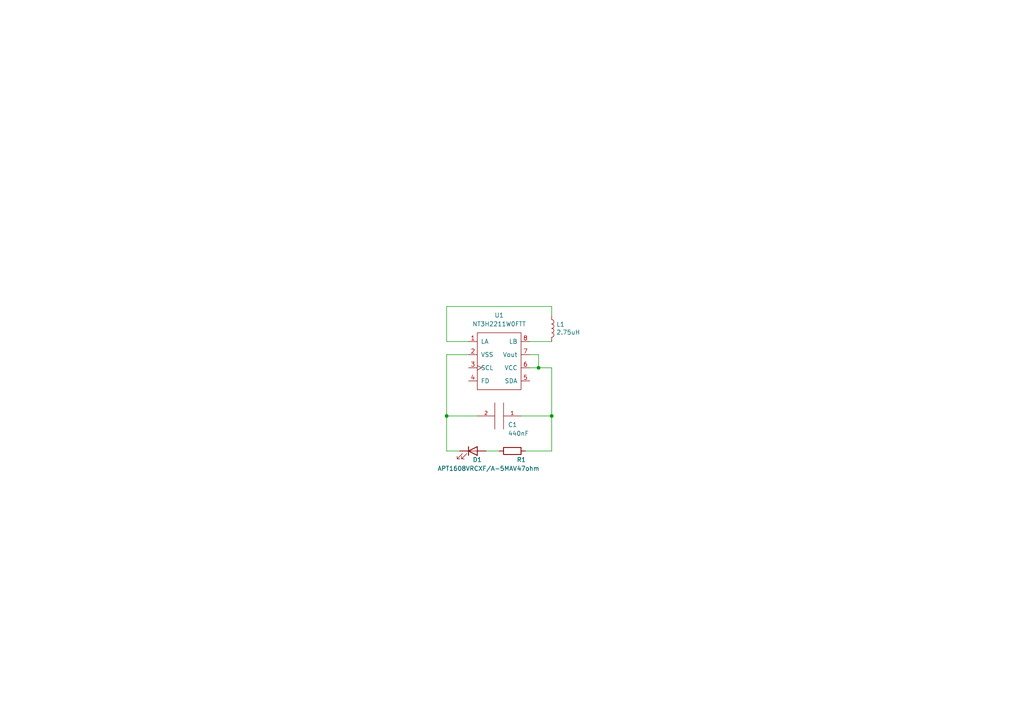
<source format=kicad_sch>
(kicad_sch (version 20211123) (generator eeschema)
  (paper "A4")
  (lib_symbols
    (symbol "Device:L" (pin_numbers hide) (pin_names (offset 1.016) hide)
      (property "Reference" "L" (at -1.27 0 90))
      (property "Value" "L" (at 1.905 0 90))
      (symbol "L_0_1"
        (arc (start 0 -2.54) (mid 0.635 -1.905) (end 0 -1.27))
        (arc (start 0 -1.27) (mid 0.635 -0.635) (end 0 0))
        (arc (start 0 0) (mid 0.635 0.635) (end 0 1.27))
        (arc (start 0 1.27) (mid 0.635 1.905) (end 0 2.54))
      )
      (symbol "L_1_1"
        (pin passive line (at 0 3.81 270) (length 1.27) (name "1") (number "1"))
        (pin passive line (at 0 -3.81 90) (length 1.27) (name "2") (number "2"))
      )
    )
    (symbol "Device:LED" (pin_numbers hide) (pin_names (offset 1.016) hide)
      (property "Reference" "D" (at 0 2.54 0))
      (property "Value" "LED" (at 0 -2.54 0))
      (symbol "LED_0_1"
        (polyline (pts (xy -1.27 -1.27) (xy -1.27 1.27)) (stroke (width 0.254)))
        (polyline (pts (xy -1.27 0) (xy 1.27 0)))
        (polyline (pts (xy 1.27 -1.27) (xy 1.27 1.27) (xy -1.27 0) (xy 1.27 -1.27)) (stroke (width 0.254)))
        (polyline (pts (xy -3.048 -0.762) (xy -4.572 -2.286) (xy -3.81 -2.286) (xy -4.572 -2.286) (xy -4.572 -1.524)))
        (polyline (pts (xy -1.778 -0.762) (xy -3.302 -2.286) (xy -2.54 -2.286) (xy -3.302 -2.286) (xy -3.302 -1.524)))
      )
      (symbol "LED_1_1"
        (pin passive line (at -3.81 0 0) (length 2.54) (name "K") (number "1"))
        (pin passive line (at 3.81 0 180) (length 2.54) (name "A") (number "2"))
      )
    )
    (symbol "Device:R" (pin_numbers hide) (pin_names (offset 0))
      (property "Reference" "R" (at 2.032 0 90))
      (property "Value" "R" (at 0 0 90))
      (symbol "R_0_1"
        (rectangle (start -1.016 -2.54) (end 1.016 2.54) (stroke (width 0.254)))
      )
      (symbol "R_1_1"
        (pin passive line (at 0 3.81 270) (length 1.27) (name "~") (number "1"))
        (pin passive line (at 0 -3.81 90) (length 1.27) (name "~") (number "2"))
      )
    )
    (symbol "business-card-rescue:NT3H1101_NT3H1201-MCU_NXP_NT3H11" (pin_names (offset 1.016))
      (property "Reference" "U?" (at 0 13.97 0))
      (property "Value" "NT3H1101_NT3H1201-MCU_NXP_NT3H11" (at 0 11.43 0))
      (symbol "NT3H1101_NT3H1201-MCU_NXP_NT3H11_0_1"
        (rectangle (start -6.35 8.89) (end 6.35 -7.62))
      )
      (symbol "NT3H1101_NT3H1201-MCU_NXP_NT3H11_1_1"
        (pin input line (at -8.89 6.35 0) (length 2.54) (name "LA") (number "1"))
        (pin output line (at -8.89 2.54 0) (length 2.54) (name "VSS") (number "2"))
        (pin passive clock (at -8.89 -1.27 0) (length 2.54) (name "SCL") (number "3"))
        (pin passive line (at -8.89 -5.08 0) (length 2.54) (name "FD") (number "4"))
        (pin passive line (at 8.89 -5.08 180) (length 2.54) (name "SDA") (number "5"))
        (pin input line (at 8.89 -1.27 180) (length 2.54) (name "VCC") (number "6"))
        (pin power_out line (at 8.89 2.54 180) (length 2.54) (name "Vout") (number "7"))
        (pin input line (at 8.89 6.35 180) (length 2.54) (name "LB") (number "8"))
      )
    )
    (symbol "pspice:CAP" (pin_names (offset 0.254))
      (property "Reference" "C" (at 2.54 3.81 90))
      (property "Value" "CAP" (at 2.54 -3.81 90))
      (symbol "CAP_0_1"
        (polyline (pts (xy -3.81 -1.27) (xy 3.81 -1.27)))
        (polyline (pts (xy -3.81 1.27) (xy 3.81 1.27)))
      )
      (symbol "CAP_1_1"
        (pin passive line (at 0 6.35 270) (length 5.08) (name "~") (number "1"))
        (pin passive line (at 0 -6.35 90) (length 5.08) (name "~") (number "2"))
      )
    )
  )
  (junction (at 129.54 120.65))
  (junction (at 160.02 120.65))
  (junction (at 156.21 106.68))
  (wire (pts (xy 153.67 106.68) (xy 156.21 106.68)))
  (wire (pts (xy 151.13 120.65) (xy 160.02 120.65)))
  (wire (pts (xy 129.54 88.9) (xy 160.02 88.9)))
  (wire (pts (xy 129.54 99.06) (xy 129.54 88.9)))
  (wire (pts (xy 129.54 102.87) (xy 129.54 120.65)))
  (wire (pts (xy 129.54 130.81) (xy 129.54 120.65)))
  (wire (pts (xy 160.02 106.68) (xy 156.21 106.68)))
  (wire (pts (xy 160.02 88.9) (xy 160.02 91.44)))
  (wire (pts (xy 160.02 99.06) (xy 153.67 99.06)))
  (wire (pts (xy 152.4 130.81) (xy 160.02 130.81)))
  (wire (pts (xy 144.78 130.81) (xy 140.97 130.81)))
  (wire (pts (xy 160.02 130.81) (xy 160.02 120.65)))
  (wire (pts (xy 133.35 130.81) (xy 129.54 130.81)))
  (wire (pts (xy 156.21 102.87) (xy 153.67 102.87)))
  (wire (pts (xy 135.89 102.87) (xy 129.54 102.87)))
  (wire (pts (xy 160.02 120.65) (xy 160.02 106.68)))
  (wire (pts (xy 129.54 120.65) (xy 138.43 120.65)))
  (wire (pts (xy 135.89 99.06) (xy 129.54 99.06)))
  (wire (pts (xy 156.21 106.68) (xy 156.21 102.87)))
  (symbol (lib_id "pspice:CAP") (at 144.78 120.65 270) (unit 1)
    (property "Reference" "C1" (at 147.32 123.19 90) (effects (justify left)))
    (property "Value" "440nF" (at 147.32 125.73 90) (effects (justify left)))
    (property "Footprint" "Capacitor_SMD:C_0603_1608Metric" (effects hide))
  )
  (symbol (lib_id "Device:R") (at 148.59 130.81 270) (unit 1)
    (property "Reference" "R1" (at 149.86 133.35 90) (effects (justify left)))
    (property "Value" "47ohm" (at 149.86 135.89 90) (effects (justify left)))
    (property "Footprint" "Resistor_SMD:R_0603_1608Metric" (effects hide))
  )
  (symbol (lib_id "Device:LED") (at 137.16 130.81 0) (unit 1)
    (property "Reference" "D1" (at 138.43 133.35 0))
    (property "Value" "APT1608VRCXF/A-5MAV" (at 138.43 135.89 0))
    (property "Footprint" "LED_SMD:LED_0603_1608Metric" (effects hide))
  )
  (symbol (lib_id "business-card-rescue:NT3H1101_NT3H1201-MCU_NXP_NT3H11") (at 144.78 105.41 0) (unit 1)
    (property "Reference" "U1" (at 144.78 91.44 0))
    (property "Value" "NT3H2211W0FTT" (at 144.78 93.98 0))
    (property "Footprint" "Package_SO:TSSOP-8_4.4x3mm_P0.65mm" (effects hide))
    (property "Datasheet" "https://www.mouser.co.uk/datasheet/2/302/NT3H2111_2211-2303598.pdf" (effects hide))
  )
  (symbol (lib_id "Device:L") (at 160.02 95.25 0) (unit 1)
    (property "Reference" "L1" (at 161.3408 94.0816 0) (effects (justify left)))
    (property "Value" "2.75uH" (at 161.3408 96.393 0) (effects (justify left)))
  )
)
</source>
